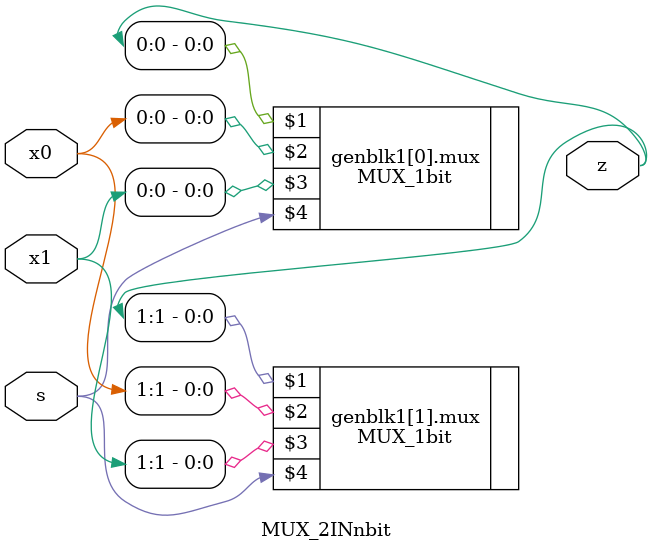
<source format=v>
module MUX_2INnbit (output [N-1:0] z, input [N-1:0] x0, input [N-1:0] x1, input s);
  parameter N = 2;
  genvar i;
  generate
    for (i = 0; i < N; i=i+1) begin
      MUX_1bit mux (z[i], x0[i], x1[i], s);
    end
  endgenerate
endmodule
</source>
